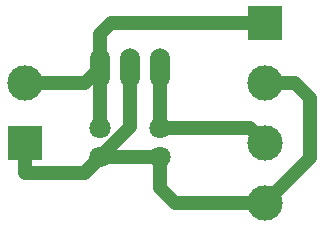
<source format=gbl>
G04 #@! TF.GenerationSoftware,KiCad,Pcbnew,(5.1.4)-1*
G04 #@! TF.CreationDate,2019-09-01T07:16:18-07:00*
G04 #@! TF.ProjectId,lm7805,6c6d3738-3035-42e6-9b69-6361645f7063,rev?*
G04 #@! TF.SameCoordinates,Original*
G04 #@! TF.FileFunction,Copper,L2,Bot*
G04 #@! TF.FilePolarity,Positive*
%FSLAX46Y46*%
G04 Gerber Fmt 4.6, Leading zero omitted, Abs format (unit mm)*
G04 Created by KiCad (PCBNEW (5.1.4)-1) date 2019-09-01 07:16:18*
%MOMM*%
%LPD*%
G04 APERTURE LIST*
%ADD10C,1.800000*%
%ADD11R,3.000000X3.000000*%
%ADD12C,3.000000*%
%ADD13O,1.676400X3.352800*%
%ADD14C,1.200000*%
G04 APERTURE END LIST*
D10*
X55880000Y-57150000D03*
X55880000Y-59650000D03*
X60960000Y-59650000D03*
X60960000Y-57150000D03*
D11*
X49530000Y-58420000D03*
D12*
X49530000Y-53340000D03*
X69850000Y-53340000D03*
X69850000Y-58420000D03*
D11*
X69850000Y-48260000D03*
D12*
X69850000Y-63500000D03*
D13*
X55880000Y-52070000D03*
X58420000Y-52070000D03*
X60960000Y-52070000D03*
D14*
X54610000Y-53340000D02*
X55880000Y-52070000D01*
X49530000Y-53340000D02*
X54610000Y-53340000D01*
X55880000Y-49193600D02*
X56813600Y-48260000D01*
X55880000Y-52070000D02*
X55880000Y-49193600D01*
X56813600Y-48260000D02*
X69850000Y-48260000D01*
X55880000Y-57150000D02*
X55880000Y-52070000D01*
X49530000Y-58420000D02*
X49530000Y-60960000D01*
X54570000Y-60960000D02*
X55880000Y-59650000D01*
X49530000Y-60960000D02*
X54570000Y-60960000D01*
X60960000Y-59650000D02*
X55880000Y-59650000D01*
X60960000Y-59650000D02*
X60960000Y-62230000D01*
X62230000Y-63500000D02*
X69850000Y-63500000D01*
X60960000Y-62230000D02*
X62230000Y-63500000D01*
X58420000Y-57110000D02*
X55880000Y-59650000D01*
X58420000Y-52070000D02*
X58420000Y-57110000D01*
X69850000Y-53340000D02*
X72390000Y-53340000D01*
X72390000Y-53340000D02*
X73660000Y-54610000D01*
X73660000Y-59690000D02*
X69850000Y-63500000D01*
X73660000Y-54610000D02*
X73660000Y-59690000D01*
X68580000Y-57150000D02*
X69850000Y-58420000D01*
X60960000Y-57150000D02*
X68580000Y-57150000D01*
X60960000Y-52070000D02*
X60960000Y-57150000D01*
M02*

</source>
